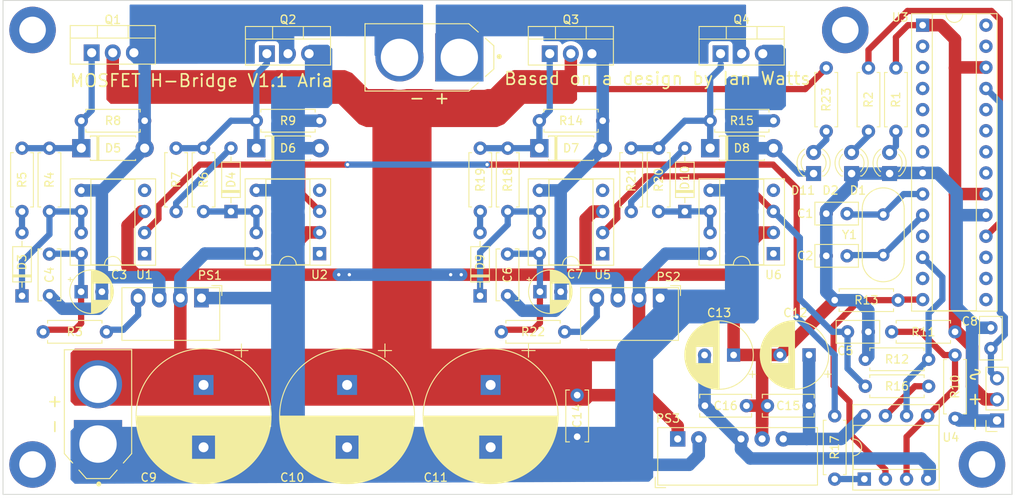
<source format=kicad_pcb>
(kicad_pcb (version 20211014) (generator pcbnew)
  (layers (0 "F.Cu" signal) (31 "B.Cu" signal) (34 "B.Paste" user) (35 "F.Paste" user) (36 "B.SilkS" user "B.Silkscreen") (37 "F.SilkS" user "F.Silkscreen") (38 "B.Mask" user) (39 "F.Mask" user) (44 "Edge.Cuts" user))
  (net 0 "")
  (net 1 "Motor+")
  (net 2 "Motor-")
  (net 3 "Net-(D3-Pad1)")
  (net 4 "Net-(D4-Pad1)")
  (net 5 "GND")
  (net 6 "Net-(D5-Pad1)")
  (net 7 "Net-(D6-Pad1)")
  (net 8 "Net-(D7-Pad1)")
  (net 9 "Net-(D8-Pad1)")
  (net 10 "VCC")
  (net 11 "+5V")
  (net 14 "SPEED_Sig")
  (net 15 "DIR_Sig")
  (net 16 "SPEED")
  (net 17 "DIR")
  (net 25 "Net-(C2-Pad2)")
  (net 35 "RECEIVER")
  (net 43 "VIRT_GND")
  (net 44 "Net-(C3-Pad1)")
  (net 45 "Net-(PS2-Pad4)")
  (net 46 "Net-(D3-Pad2)")
  (net 47 "Net-(D4-Pad2)")
  (net 48 "Net-(D9-Pad1)")
  (net 49 "Net-(D9-Pad2)")
  (net 50 "Net-(D10-Pad1)")
  (net 51 "Net-(D10-Pad2)")
  (net 52 "Net-(R10-Pad2)")
  (net 53 "Net-(D1-Pad2)")
  (net 54 "Net-(D2-Pad2)")
  (net 55 "Net-(D11-Pad2)")
  (net 56 "Net-(R2-Pad2)")
  (net 57 "Net-(R17-Pad1)")
  (net 58 "Net-(C6-Pad2)")
  (net 59 "Net-(PS1-Pad4)")
  (net 60 "Net-(C12-Pad1)")
  (net 61 "Net-(R16-Pad1)")
  (net 62 "Net-(C13-Pad2)")
  (net 63 "Net-(C1-Pad2)")
  (footprint "LED_THT:LED_D3.0mm" (layer "F.Cu") (at 119.38 33.533 90)
    (fp_text reference "D1")
    (fp_text value "Red")
  )
  (footprint "Resistor_THT:R_Axial_DIN0207_L6.3mm_D2.5mm_P7.62mm_Horizontal" (layer "F.Cu") (at 17.526 52.578)
    (fp_text reference "R3")
    (fp_text value "100")
  )
  (footprint "Resistor_THT:R_Axial_DIN0207_L6.3mm_D2.5mm_P7.62mm_Horizontal" (layer "F.Cu") (at 88.289888 38.1 90)
    (fp_text reference "R21")
    (fp_text value "10")
  )
  (footprint "Package_TO_SOT_THT:TO-220-3_Vertical" (layer "F.Cu") (at 99.04 19.108)
    (fp_text reference "Q4")
    (fp_text value "P75NF75")
  )
  (footprint "MountingHole:MountingHole_3.2mm_M3_DIN965_Pad" (layer "F.Cu") (at 16.256 68.543321)
    (fp_text reference "H2" hide)
    (fp_text value "M3")
  )
  (footprint "Crystal:Crystal_HC49-U_Vertical" (layer "F.Cu") (at 118.618 43.344 90)
    (fp_text reference "Y1")
    (fp_text value "16M")
  )
  (footprint "Package_TO_SOT_THT:TO-220-3_Vertical" (layer "F.Cu") (at 23.368 18.9948)
    (fp_text reference "Q1")
    (fp_text value "P75NF75")
  )
  (footprint "Resistor_THT:R_Axial_DIN0207_L6.3mm_D2.5mm_P7.62mm_Horizontal" (layer "F.Cu") (at 72.668888 52.578)
    (fp_text reference "R22")
    (fp_text value "100")
  )
  (footprint "Capacitor_THT:CP_Radial_D16.0mm_P7.50mm" (layer "F.Cu") (at 71.374 58.971246 -90)
    (fp_text reference "C11")
    (fp_text value "2200u")
  )
  (footprint "Capacitor_THT:C_Disc_D6.0mm_W2.5mm_P5.00mm" (layer "F.Cu") (at 18.288 48.22 90)
    (fp_text reference "C4")
    (fp_text value "100n")
  )
  (footprint "Diode_THT:D_DO-35_SOD27_P7.62mm_Horizontal" (layer "F.Cu") (at 94.742 38.1 90)
    (fp_text reference "D10")
    (fp_text value "1N4148")
  )
  (footprint "MountingHole:MountingHole_3.2mm_M3_DIN965_Pad" (layer "F.Cu") (at 130.5 68.531321)
    (fp_text reference "H1" hide)
    (fp_text value "M3")
  )
  (footprint "Capacitor_THT:C_Disc_D5.0mm_W2.5mm_P2.50mm" (layer "F.Cu") (at 111.76 38.354)
    (fp_text reference "C1")
    (fp_text value "22p")
  )
  (footprint "Diode_THT:D_DO-41_SOD81_P7.62mm_Horizontal" (layer "F.Cu") (at 22.122888 30.48)
    (fp_text reference "D5")
    (fp_text value "15V")
  )
  (footprint "Diode_THT:D_DO-41_SOD81_P7.62mm_Horizontal" (layer "F.Cu") (at 77.240888 30.48)
    (fp_text reference "D7")
    (fp_text value "15V")
  )
  (footprint "Package_DIP:DIP-8_W7.62mm_Socket" (layer "F.Cu") (at 29.732888 43.18 180)
    (fp_text reference "U1")
    (fp_text value "HCPL-3180")
  )
  (footprint "Diode_THT:D_DO-35_SOD27_P7.62mm_Horizontal" (layer "F.Cu") (at 70.104 48.26 90)
    (fp_text reference "D9")
    (fp_text value "1N4148")
  )
  (footprint "Resistor_THT:R_Axial_DIN0207_L6.3mm_D2.5mm_P7.62mm_Horizontal" (layer "F.Cu") (at 73.430888 38.1 90)
    (fp_text reference "R18")
    (fp_text value "22")
  )
  (footprint "Converter_DCDC:Converter_DCDC_XP_POWER-IHxxxxS_THT" (layer "F.Cu") (at 93.882 65.464 90)
    (fp_text reference "PS3")
    (fp_text value "TBA 2-1223")
  )
  (footprint "Package_DIP:DIP-8_W7.62mm_Socket" (layer "F.Cu") (at 105.4 43.17 180)
    (fp_text reference "U6")
    (fp_text value "HCPL-3180")
  )
  (footprint "Resistor_THT:R_Axial_DIN0207_L6.3mm_D2.5mm_P7.62mm_Horizontal" (layer "F.Cu") (at 77.240888 27.178)
    (fp_text reference "R14")
    (fp_text value "220k")
  )
  (footprint "Diode_THT:D_DO-35_SOD27_P7.62mm_Horizontal" (layer "F.Cu") (at 40.132 38.1 90)
    (fp_text reference "D4")
    (fp_text value "1N4148")
  )
  (footprint "Resistor_THT:R_Axial_DIN0207_L6.3mm_D2.5mm_P7.62mm_Horizontal" (layer "F.Cu") (at 124.079 59.128 180)
    (fp_text reference "R16")
    (fp_text value "2.2k")
  )
  (footprint "Package_DIP:DIP-8_W7.62mm_Socket" (layer "F.Cu") (at 50.79 43.17 180)
    (fp_text reference "U2")
    (fp_text value "HCPL-3180")
  )
  (footprint "Resistor_THT:R_Axial_DIN0207_L6.3mm_D2.5mm_P7.62mm_Horizontal" (layer "F.Cu") (at 22.122888 27.178)
    (fp_text reference "R8")
    (fp_text value "220k")
  )
  (footprint "Resistor_THT:R_Axial_DIN0207_L6.3mm_D2.5mm_P7.62mm_Horizontal" (layer "F.Cu") (at 33.528 38.1 90)
    (fp_text reference "R7")
    (fp_text value "10")
  )
  (footprint "Converter_DCDC:Converter_DCDC_Murata_MEE1SxxxxSC_THT" (layer "F.Cu") (at 36.576 48.514 -90)
    (fp_text reference "PS1")
    (fp_text value "TBA 1-1213")
  )
  (footprint "Resistor_THT:R_Axial_DIN0207_L6.3mm_D2.5mm_P7.62mm_Horizontal" (layer "F.Cu") (at 112.776 70.304 90)
    (fp_text reference "R17")
    (fp_text value "2.2k")
  )
  (footprint "Capacitor_THT:CP_Radial_D5.0mm_P2.50mm" (layer "F.Cu") (at 22.098 47.752)
    (fp_text reference "C3")
    (fp_text value "22uF")
  )
  (footprint "Package_DIP:DIP-8_W7.62mm_Socket" (layer "F.Cu") (at 116.342 70.294 90)
    (fp_text reference "U4")
    (fp_text value "NE5532")
  )
  (footprint "Ariamelon:AMASS_XT60-M" (layer "F.Cu") (at 64.008 19.558 180)
    (fp_text reference "J3" hide)
    (fp_text value "XT60")
  )
  (footprint "Capacitor_THT:C_Disc_D6.0mm_W2.5mm_P5.00mm" (layer "F.Cu") (at 81.788 60.198 -90)
    (fp_text reference "C14")
    (fp_text value "100n")
  )
  (footprint "Package_DIP:DIP-28_W7.62mm_Socket" (layer "F.Cu") (at 123.3565 15.679)
    (fp_text reference "U3")
    (fp_text value "PIC16F873-XXISP")
  )
  (footprint "Package_TO_SOT_THT:TO-220-3_Vertical" (layer "F.Cu") (at 44.45 19.108)
    (fp_text reference "Q2")
    (fp_text value "P75NF75")
  )
  (footprint "Resistor_THT:R_Axial_DIN0207_L6.3mm_D2.5mm_P7.62mm_Horizontal" (layer "F.Cu") (at 120.396 48.768 180)
    (fp_text reference "R13")
    (fp_text value "47k")
  )
  (footprint "Capacitor_THT:CP_Radial_D8.0mm_P3.50mm" (layer "F.Cu") (at 109.688 55.36 180)
    (fp_text reference "C12")
    (fp_text value "100u")
  )
  (footprint "Capacitor_THT:C_Disc_D6.0mm_W2.5mm_P5.00mm" (layer "F.Cu") (at 109.688 61.468 180)
    (fp_text reference "C15")
    (fp_text value "100n")
  )
  (footprint "Resistor_THT:R_Axial_DIN0207_L6.3mm_D2.5mm_P7.62mm_Horizontal" (layer "F.Cu") (at 18.288 38.1 90)
    (fp_text reference "R4")
    (fp_text value "22")
  )
  (footprint "Ariamelon:AMASS_XT60-M" (layer "F.Cu") (at 24.13 62.484 90)
    (fp_text reference "J1" hide)
    (fp_text value "XT60")
  )
  (footprint "Capacitor_THT:CP_Radial_D16.0mm_P7.50mm" (layer "F.Cu") (at 54.102 58.971246 -90)
    (fp_text reference "C10")
    (fp_text value "2200u")
  )
  (footprint "Resistor_THT:R_Axial_DIN0207_L6.3mm_D2.5mm_P7.62mm_Horizontal" (layer "F.Cu") (at 91.591888 38.1 90)
    (fp_text reference "R20")
    (fp_text value "22")
  )
  (footprint "Resistor_THT:R_Axial_DIN0207_L6.3mm_D2.5mm_P7.62mm_Horizontal" (layer "F.Cu") (at 120.142 28.448 90)
    (fp_text reference "R1")
    (fp_text value "330")
  )
  (footprint "Capacitor_THT:C_Disc_D5.0mm_W2.5mm_P2.50mm" (layer "F.Cu") (at 114.32 52.578)
    (fp_text reference "C5")
    (fp_text value "22p")
  )
  (footprint "Resistor_THT:R_Axial_DIN0207_L6.3mm_D2.5mm_P7.62mm_Horizontal" (layer "F.Cu") (at 97.79 27.178)
    (fp_text reference "R15")
    (fp_text value "220k")
  )
  (footprint "MountingHole:MountingHole_3.2mm_M3_DIN965_Pad" (layer "F.Cu") (at 16.256 16.256)
    (fp_text reference "H3" hide)
    (fp_text value "M3")
  )
  (footprint "Package_DIP:DIP-8_W7.62mm_Socket" (layer "F.Cu") (at 84.850888 43.18 180)
    (fp_text reference "U5")
    (fp_text value "HCPL-3180")
  )
  (footprint "Capacitor_THT:C_Disc_D5.0mm_W2.5mm_P2.50mm" (layer "F.Cu") (at 111.76 43.434)
    (fp_text reference "C2")
    (fp_text value "22p")
  )
  (footprint "Capacitor_THT:CP_Radial_D8.0mm_P3.50mm" (layer "F.Cu") (at 100.613349 55.372 180)
    (fp_text reference "C13")
    (fp_text value "100u")
  )
  (footprint "Capacitor_THT:CP_Radial_D5.0mm_P2.50mm" (layer "F.Cu") (at 77.305776 47.752)
    (fp_text reference "C7")
    (fp_text value "22uF")
  )
  (footprint "LED_THT:LED_D3.0mm" (layer "F.Cu") (at 114.808 33.533 90)
    (fp_text reference "D2")
    (fp_text value "Amber")
  )
  (footprint "Resistor_THT:R_Axial_DIN0207_L6.3mm_D2.5mm_P7.62mm_Horizontal" (layer "F.Cu") (at 111.76 28.448 90)
    (fp_text reference "R23")
    (fp_text value "1k")
  )
  (footprint "Diode_THT:D_DO-35_SOD27_P7.62mm_Horizontal" (layer "F.Cu") (at 14.986 48.26 90)
    (fp_text reference "D3")
    (fp_text value "1N4148")
  )
  (footprint "Diode_THT:D_DO-41_SOD81_P7.62mm_Horizontal" (layer "F.Cu") (at 43.18 30.48)
    (fp_text reference "D6")
    (fp_text value "15V")
  )
  (footprint "Resistor_THT:R_Axial_DIN0207_L6.3mm_D2.5mm_P7.62mm_Horizontal" (layer "F.Cu") (at 43.18 27.178)
    (fp_text reference "R9")
    (fp_text value "220k")
  )
  (footprint "Resistor_THT:R_Axial_DIN0207_L6.3mm_D2.5mm_P7.62mm_Horizontal" (layer "F.Cu") (at 124.079 55.88 180)
    (fp_text reference "R12")
    (fp_text value "47k")
  )
  (footprint "Resistor_THT:R_Axial_DIN0207_L6.3mm_D2.5mm_P7.62mm_Horizontal" (layer "F.Cu") (at 127.254 62.992 90)
    (fp_text reference "R10")
    (fp_text value "100k")
  )
  (footprint "LED_THT:LED_D3.0mm" (layer "F.Cu") (at 110.236 33.533 90)
    (fp_text reference "D11")
    (fp_text value "Green")
  )
  (footprint "Package_TO_SOT_THT:TO-220-3_Vertical" (layer "F.Cu") (at 78.486 19.108)
    (fp_text reference "Q3")
    (fp_text value "P75NF75")
  )
  (footprint "Connector_PinSocket_2.54mm:PinSocket_1x03_P2.54mm_Vertical" (layer "F.Cu") (at 132.309 63.246 180)
    (fp_text reference "J2" hide)
    (fp_text value "Receiver")
  )
  (footprint "MountingHole:MountingHole_3.2mm_M3_DIN965_Pad" (layer "F.Cu") (at 114.046 16.256)
    (fp_text reference "H4" hide)
    (fp_text value "M3")
  )
  (footprint "Capacitor_THT:C_Disc_D6.0mm_W2.5mm_P5.00mm" (layer "F.Cu") (at 102.153349 61.468 180)
    (fp_text reference "C16")
    (fp_text value "100n")
  )
  (footprint "Diode_THT:D_DO-41_SOD81_P7.62mm_Horizontal" (layer "F.Cu") (at 97.79 30.48)
    (fp_text reference "D8")
    (fp_text value "15V")
  )
  (footprint "Resistor_THT:R_Axial_DIN0207_L6.3mm_D2.5mm_P7.62mm_Horizontal" (layer "F.Cu") (at 127.254 52.578 180)
    (fp_text reference "R11")
    (fp_text value "100k")
  )
  (footprint "Resistor_THT:R_Axial_DIN0207_L6.3mm_D2.5mm_P7.62mm_Horizontal" (layer "F.Cu") (at 14.986 38.1 90)
    (fp_text reference "R5")
    (fp_text value "10")
  )
  (footprint "Resistor_THT:R_Axial_DIN0207_L6.3mm_D2.5mm_P7.62mm_Horizontal" (layer "F.Cu") (at 116.84 28.448 90)
    (fp_text reference "R2")
    (fp_text value "220")
  )
  (footprint "Capacitor_THT:C_Disc_D6.0mm_W2.5mm_P5.00mm" (layer "F.Cu") (at 73.406 48.22 90)
    (fp_text reference "C6")
    (fp_text value "100n")
  )
  (footprint "Resistor_THT:R_Axial_DIN0207_L6.3mm_D2.5mm_P7.62mm_Horizontal" (layer "F.Cu") (at 70.128888 38.1 90)
    (fp_text reference "R19")
    (fp_text value "10")
  )
  (footprint "Converter_DCDC:Converter_DCDC_Murata_MEE1SxxxxSC_THT" (layer "F.Cu") (at 91.770388 48.514 -90)
    (fp_text reference "PS2")
    (fp_text value "TBA 1-1213")
  )
  (footprint "Capacitor_THT:CP_Radial_D16.0mm_P7.50mm" (layer "F.Cu") (at 36.83 58.971246 -90)
    (fp_text reference "C9")
    (fp_text value "2200u")
  )
  (footprint "Capacitor_THT:C_Disc_D5.0mm_W2.5mm_P2.50mm" (layer "F.Cu") (at 131.572 54.59 90)
    (fp_text reference "C8")
    (fp_text value "22p")
  )
  (footprint "Resistor_THT:R_Axial_DIN0207_L6.3mm_D2.5mm_P7.62mm_Horizontal" (layer "F.Cu") (at 36.83 38.1 90)
    (fp_text reference "R6")
    (fp_text value "22")
  )
  (gr_line (start 134.112 12.7) (end 134.112 72.136) (layer "Edge.Cuts") (width 0.1))
  (gr_line (start 12.7 12.7) (end 12.7 72.136) (layer "Edge.Cuts") (width 0.1))
  (gr_line (start 134.112 12.7) (end 12.7 12.7) (layer "Edge.Cuts") (width 0.1))
  (gr_line (start 12.7 72.136) (end 134.112 72.136) (layer "Edge.Cuts") (width 0.1))
  (gr_text "Based on a design by Ian Watts" (at 91.44 22.098) (layer "F.SilkS") (effects (font (size 1.5 1.5) (thickness 0.2))))
  (gr_text "∿ + -" (at 129.794 60.706 270) (layer "F.SilkS") (effects (font (size 1.5 1.5) (thickness 0.2))))
  (gr_text "MOSFET H-Bridge V1.1 Aria" (at 36.576 22.352) (layer "F.SilkS") (effects (font (size 1.5 1.5) (thickness 0.2))))
  (gr_text "+ -" (at 64.008 24.638 180) (layer "F.SilkS") (effects (font (size 1.5 1.5) (thickness 0.2))))
  (gr_text "+ -" (at 19.05 62.484 270) (layer "F.SilkS") (effects (font (size 1.5 1.5) (thickness 0.2))))
  (segment (start 86.690388 46.389) (end 86.440868 46.13948) (width 1.5) (layer "B.Cu") (net 1))
  (segment (start 84.860888 30.48) (end 84.860888 27.178) (width 1.5) (layer "B.Cu") (net 1))
  (segment (start 79.805776 46.203112) (end 79.805776 47.752) (width 1.5) (layer "B.Cu") (net 1))
  (segment (start 79.805776 49.351022) (end 79.118798 50.038) (width 1.5) (layer "B.Cu") (net 1))
  (segment (start 77.230888 35.56) (end 79.780888 35.56) (width 1.5) (layer "B.Cu") (net 1))
  (segment (start 79.118798 50.038) (end 75.224 50.038) (width 1.5) (layer "B.Cu") (net 1))
  (segment (start 86.690388 48.514) (end 86.690388 46.389) (width 1.5) (layer "B.Cu") (net 1))
  (segment (start 79.805776 47.752) (end 79.805776 49.351022) (width 1.5) (layer "B.Cu") (net 1))
  (segment (start 79.805776 35.584888) (end 79.805776 46.203112) (width 1.5) (layer "B.Cu") (net 1))
  (segment (start 79.780888 35.56) (end 79.805776 35.584888) (width 1.5) (layer "B.Cu") (net 1))
  (segment (start 84.860888 27.178) (end 84.860888 16.51) (width 1.5) (layer "B.Cu") (net 1))
  (segment (start 75.224 50.038) (end 73.406 48.22) (width 1.5) (layer "B.Cu") (net 1))
  (segment (start 79.869408 46.13948) (end 79.805776 46.203112) (width 1.5) (layer "B.Cu") (net 1))
  (segment (start 79.780888 35.56) (end 84.860888 30.48) (width 1.5) (layer "B.Cu") (net 1))
  (segment (start 86.440868 46.13948) (end 79.869408 46.13948) (width 1.5) (layer "B.Cu") (net 1))
  (segment (start 24.598 47.752) (end 24.598 49.351022) (width 1.5) (layer "B.Cu") (net 2))
  (segment (start 29.742888 30.48) (end 29.742888 27.178) (width 1.5) (layer "B.Cu") (net 2))
  (segment (start 31.121 46.014) (end 31.496 46.389) (width 1.5) (layer "B.Cu") (net 2))
  (segment (start 24.598 46.014) (end 24.598 35.624888) (width 1.5) (layer "B.Cu") (net 2))
  (segment (start 24.662888 35.56) (end 29.742888 30.48) (width 1.5) (layer "B.Cu") (net 2))
  (segment (start 24.147511 49.801511) (end 19.869511 49.801511) (width 1.5) (layer "B.Cu") (net 2))
  (segment (start 29.742888 27.178) (end 29.742888 18.771112) (width 1.5) (layer "B.Cu") (net 2))
  (segment (start 19.869511 49.801511) (end 18.288 48.22) (width 1.5) (layer "B.Cu") (net 2))
  (segment (start 24.598 35.624888) (end 24.662888 35.56) (width 1.5) (layer "B.Cu") (net 2))
  (segment (start 24.598 47.752) (end 24.598 46.014) (width 1.5) (layer "B.Cu") (net 2))
  (segment (start 24.598 49.351022) (end 24.147511 49.801511) (width 1.5) (layer "B.Cu") (net 2))
  (segment (start 22.112888 35.56) (end 24.662888 35.56) (width 1.5) (layer "B.Cu") (net 2))
  (segment (start 31.496 46.389) (end 31.496 48.514) (width 1.5) (layer "B.Cu") (net 2))
  (segment (start 24.598 46.014) (end 31.121 46.014) (width 1.5) (layer "B.Cu") (net 2))
  (segment (start 18.288 38.1) (end 22.112888 38.1) (width 0.75) (layer "B.Cu") (net 3))
  (segment (start 22.112888 40.64) (end 22.112888 38.1) (width 0.75) (layer "B.Cu") (net 3))
  (segment (start 14.986 48.26) (end 14.986 44.153883) (width 0.75) (layer "B.Cu") (net 3))
  (segment (start 14.986 44.153883) (end 18.288 40.851883) (width 0.75) (layer "B.Cu") (net 3))
  (segment (start 18.288 40.851883) (end 18.288 38.1) (width 0.75) (layer "B.Cu") (net 3))
  (segment (start 43.194888 38.1) (end 43.194888 40.64) (width 0.75) (layer "B.Cu") (net 4))
  (segment (start 36.83 38.1) (end 43.194888 38.1) (width 0.75) (layer "B.Cu") (net 4))
  (segment (start 50.824888 30.48) (end 47.244 30.48) (width 1.5) (layer "B.Cu") (net 5))
  (segment (start 108.463 33.533) (end 105.41 30.48) (width 0.75) (layer "B.Cu") (net 5))
  (segment (start 105.41 30.48) (end 102.108 30.48) (width 1.5) (layer "B.Cu") (net 5))
  (segment (start 50.8 27.178) (end 48.006 27.178) (width 1.5) (layer "B.Cu") (net 5))
  (segment (start 43.194888 35.538699) (end 46.482 35.538699) (width 1.5) (layer "B.Cu") (net 5))
  (segment (start 105.41 27.178) (end 101.346 27.178) (width 1.5) (layer "B.Cu") (net 5))
  (segment (start 110.236 33.533) (end 108.463 33.533) (width 0.75) (layer "B.Cu") (net 5))
  (segment (start 95.25 68.58) (end 89.916 68.58) (width 1.5) (layer "B.Cu") (net 5))
  (segment (start 96.422 65.464) (end 96.422 67.408) (width 1.5) (layer "B.Cu") (net 5))
  (segment (start 36.576 48.514) (end 46.482 48.514) (width 1.5) (layer "B.Cu") (net 5))
  (segment (start 97.78 35.55) (end 101.082 35.55) (width 1.5) (layer "B.Cu") (net 5))
  (segment (start 96.422 67.408) (end 95.25 68.58) (width 1.5) (layer "B.Cu") (net 5))
  (segment (start 23.368 25.932888) (end 22.122888 27.178) (width 0.75) (layer "B.Cu") (net 6))
  (segment (start 23.368 19.233) (end 23.368 25.932888) (width 0.75) (layer "B.Cu") (net 6))
  (segment (start 22.122888 30.48) (end 22.122888 27.178) (width 0.75) (layer "B.Cu") (net 6))
  (segment (start 22.122888 30.48) (end 18.288 30.48) (width 0.75) (layer "B.Cu") (net 6))
  (segment (start 18.288 30.48) (end 14.986 30.48) (width 0.75) (layer "B.Cu") (net 6))
  (segment (start 43.18 27.178) (end 40.132 27.178) (width 0.75) (layer "B.Cu") (net 7))
  (segment (start 44.45 19.108) (end 44.45 20.32) (width 0.75) (layer "B.Cu") (net 7))
  (segment (start 44.45 20.32) (end 43.18 21.59) (width 0.75) (layer "B.Cu") (net 7))
  (segment (start 40.132 27.178) (end 36.83 30.48) (width 0.75) (layer "B.Cu") (net 7))
  (segment (start 43.18 21.59) (end 43.18 27.178) (width 0.75) (layer "B.Cu") (net 7))
  (segment (start 43.204888 30.458699) (end 43.204888 27.181587) (width 0.75) (layer "B.Cu") (net 7))
  (segment (start 36.83 30.48) (end 33.528 30.48) (width 0.75) (layer "B.Cu") (net 7))
  (segment (start 78.486 25.932888) (end 77.240888 27.178) (width 0.75) (layer "B.Cu") (net 8))
  (segment (start 73.430888 30.48) (end 70.128888 30.48) (width 0.75) (layer "B.Cu") (net 8))
  (segment (start 77.240888 30.48) (end 73.430888 30.48) (width 0.75) (layer "B.Cu") (net 8))
  (segment (start 77.240888 30.48) (end 77.240888 27.178) (width 0.75) (layer "B.Cu") (net 8))
  (segment (start 78.486 19.362) (end 78.486 25.932888) (width 0.75) (layer "B.Cu") (net 8))
  (segment (start 97.79 27.178) (end 94.742 27.178) (width 0.75) (layer "B.Cu") (net 9))
  (segment (start 97.79 27.178) (end 97.79 22.098) (width 0.75) (layer "B.Cu") (net 9))
  (segment (start 94.742 27.178) (end 94.488 27.432) (width 0.75) (layer "B.Cu") (net 9))
  (segment (start 97.79 27.178) (end 97.79 30.48) (width 0.75) (layer "B.Cu") (net 9))
  (segment (start 94.488 27.432) (end 91.44 30.48) (width 0.75) (layer "B.Cu") (net 9))
  (segment (start 91.591888 30.48) (end 88.289888 30.48) (width 0.75) (layer "B.Cu") (net 9))
  (segment (start 97.79 22.098) (end 99.06 20.828) (width 0.75) (layer "B.Cu") (net 9))
  (segment (start 99.06 20.378) (end 99.06 20.828) (width 0.75) (layer "B.Cu") (net 9))
  (segment (start 89.230388 48.514) (end 89.230388 53.009612) (width 1.5) (layer "F.Cu") (net 10))
  (segment (start 89.230388 53.009612) (end 86.868 55.372) (width 1.5) (layer "F.Cu") (net 10))
  (segment (start 81.026 19.108) (end 81.026 23.368) (width 1.5) (layer "F.Cu") (net 10))
  (segment (start 86.868 55.372) (end 83.312 55.372) (width 1.5) (layer "F.Cu") (net 10))
  (segment (start 25.908 18.979) (end 25.908 22.86) (width 1.5) (layer "F.Cu") (net 10))
  (segment (start 93.882 63.91) (end 90.17 60.198) (width 1.5) (layer "F.Cu") (net 10))
  (segment (start 90.17 60.198) (end 81.788 60.198) (width 1.5) (layer "F.Cu") (net 10))
  (segment (start 93.882 65.464) (end 93.882 63.91) (width 1.5) (layer "F.Cu") (net 10))
  (segment (start 109.22 23.368) (end 111.76 20.828) (width 0.75) (layer "F.Cu") (net 10))
  (segment (start 81.026 23.368) (end 109.22 23.368) (width 0.75) (layer "F.Cu") (net 10))
  (segment (start 34.036 48.514) (end 34.036 57.658) (width 1.5) (layer "F.Cu") (net 10))
  (segment (start 89.230388 46.389) (end 92.449388 43.17) (width 1.5) (layer "B.Cu") (net 10))
  (segment (start 34.036 46.106689) (end 36.98399 43.158699) (width 1.5) (layer "B.Cu") (net 10))
  (segment (start 92.449388 43.17) (end 97.78 43.17) (width 1.5) (layer "B.Cu") (net 10))
  (segment (start 43.194888 43.158699) (end 36.98399 43.158699) (width 1.5) (layer "B.Cu") (net 10))
  (segment (start 89.230388 48.514) (end 89.230388 46.389) (width 1.5) (layer "B.Cu") (net 10))
  (segment (start 34.036 48.514) (end 34.036 46.106689) (width 1.5) (layer "B.Cu") (net 10))
  (segment (start 129.303511 54.373511) (end 129.303511 59.156592) (width 1.5) (layer "F.Cu") (net 11))
  (segment (start 121.591108 15.679) (end 123.3565 15.679) (width 0.75) (layer "F.Cu") (net 11))
  (segment (start 120.142 20.828) (end 120.142 17.128108) (width 0.75) (layer "F.Cu") (net 11))
  (segment (start 127.323 35.999) (end 127.254 36.068) (width 1.5) (layer "F.Cu") (net 11))
  (segment (start 127.323 20.759) (end 127.254 20.828) (width 1.5) (layer "F.Cu") (net 11))
  (segment (start 130.9765 35.999) (end 127.323 35.999) (width 1.5) (layer "F.Cu") (net 11))
  (segment (start 130.852919 60.706) (end 129.303511 59.156592) (width 1.5) (layer "F.Cu") (net 11))
  (segment (start 123.3565 15.679) (end 125.538053 15.679) (width 1.5) (layer "F.Cu") (net 11))
  (segment (start 127.508 52.578) (end 129.303511 54.373511) (width 1.5) (layer "F.Cu") (net 11))
  (segment (start 127.254 52.578) (end 127.254 36.068) (width 1.5) (layer "F.Cu") (net 11))
  (segment (start 120.142 17.128108) (end 121.591108 15.679) (width 0.75) (layer "F.Cu") (net 11))
  (segment (start 130.9765 20.759) (end 127.323 20.759) (width 1.5) (layer "F.Cu") (net 11))
  (segment (start 132.309 60.706) (end 130.852919 60.706) (width 1.5) (layer "F.Cu") (net 11))
  (segment (start 127.254 17.394947) (end 125.538053 15.679) (width 1.5) (layer "F.Cu") (net 11))
  (segment (start 127.254 36.068) (end 127.254 20.828) (width 1.5) (layer "F.Cu") (net 11))
  (segment (start 127.254 20.828) (end 127.254 17.394947) (width 1.5) (layer "F.Cu") (net 11))
  (segment (start 125.73 45.9925) (end 123.3565 43.619) (width 0.75) (layer "B.Cu") (net 14))
  (segment (start 125.73 48.693617) (end 125.73 45.9925) (width 0.75) (layer "B.Cu") (net 14))
  (segment (start 124.079 50.344617) (end 125.73 48.693617) (width 0.75) (layer "B.Cu") (net 14))
  (segment (start 124.079 55.88) (end 124.079 50.344617) (width 0.75) (layer "B.Cu") (net 14))
  (segment (start 121.422 62.674) (end 121.422 58.537) (width 0.75) (layer "B.Cu") (net 14))
  (segment (start 121.422 58.537) (end 124.079 55.88) (width 0.75) (layer "B.Cu") (net 14))
  (segment (start 112.645489 51.884394) (end 112.645489 59.058511) (width 0.75) (layer "F.Cu") (net 15))
  (segment (start 118.882 70.294) (end 118.882 69.16263) (width 0.75) (layer "F.Cu") (net 15))
  (segment (start 112.645489 51.884394) (end 115.761883 48.768) (width 0.75) (layer "F.Cu") (net 15))
  (segment (start 115.761883 48.768) (end 120.396 48.768) (width 0.75) (layer "F.Cu") (net 15))
  (segment (start 114.554 60.967022) (end 112.645489 59.058511) (width 0.75) (layer "F.Cu") (net 15))
  (segment (start 114.554 64.83463) (end 114.554 60.967022) (width 0.75) (layer "F.Cu") (net 15))
  (segment (start 123.3565 48.699) (end 120.465 48.699) (width 0.75) (layer "F.Cu") (net 15))
  (segment (start 118.882 69.16263) (end 114.554 64.83463) (width 0.75) (layer "F.Cu") (net 15))
  (segment (start 90.146282 33.875489) (end 86.615377 37.406394) (width 0.75) (layer "F.Cu") (net 16))
  (segment (start 101.185489 33.875489) (end 89.994394 33.875489) (width 0.75) (layer "F.Cu") (net 16))
  (segment (start 84.850888 40.64) (end 86.615377 38.875511) (width 0.75) (layer "F.Cu") (net 16))
  (segment (start 105.4 38.09) (end 101.185489 33.875489) (width 0.75) (layer "F.Cu") (net 16))
  (segment (start 86.615377 38.875511) (end 86.615377 37.406394) (width 0.75) (layer "F.Cu") (net 16))
  (segment (start 108.585 48.641) (end 108.585 41.275) (width 0.75) (layer "B.Cu") (net 16))
  (segment (start 112.522 52.578) (end 114.32 52.578) (width 0.75) (layer "B.Cu") (net 16))
  (segment (start 108.585 41.275) (end 105.4 38.09) (width 0.75) (layer "B.Cu") (net 16))
  (segment (start 114.32 56.989) (end 114.32 52.578) (width 0.75) (layer "B.Cu") (net 16))
  (segment (start 108.585 48.641) (end 112.522 52.578) (width 0.75) (layer "B.Cu") (net 16))
  (segment (start 116.459 59.128) (end 114.32 56.989) (width 0.75) (layer "B.Cu") (net 16))
  (segment (start 36.379489 32.454511) (end 31.407399 37.426601) (width 0.75) (layer "F.Cu") (net 17))
  (segment (start 70.948377 32.454511) (end 105.352511 32.454511) (width 0.75) (layer "F.Cu") (net 17))
  (segment (start 31.407399 38.965489) (end 29.732888 40.64) (width 0.75) (layer "F.Cu") (net 17))
  (segment (start 108.204 35.306) (end 105.352511 32.454511) (width 0.75) (layer "F.Cu") (net 17))
  (segment (start 48.710511 35.974322) (end 48.710511 32.454511) (width 0.75) (layer "F.Cu") (net 17))
  (segment (start 50.814888 38.078699) (end 48.710511 35.974322) (width 0.75) (layer "F.Cu") (net 17))
  (segment (start 48.710511 32.454511) (end 36.379489 32.454511) (width 0.75) (layer "F.Cu") (net 17))
  (segment (start 108.204 50.8) (end 108.204 35.306) (width 0.75) (layer "F.Cu") (net 17))
  (segment (start 54.159489 32.454511) (end 48.710511 32.454511) (width 0.75) (layer "F.Cu") (net 17))
  (segment (start 31.407399 37.426601) (end 31.407399 38.965489) (width 0.75) (layer "F.Cu") (net 17))
  (via (at 54.159489 32.454511) (size 0.8) (drill 0.4) (layers "F.Cu" "B.Cu") (net 17))
  (via (at 108.204 50.8) (size 0.8) (drill 0.4) (layers "F.Cu" "B.Cu") (net 17))
  (via (at 70.948377 32.454511) (size 0.8) (drill 0.4) (layers "F.Cu" "B.Cu") (net 17))
  (segment (start 112.776 55.372) (end 108.204 50.8) (width 0.75) (layer "B.Cu") (net 17))
  (segment (start 70.948377 32.454511) (end 54.159489 32.454511) (width 0.75) (layer "B.Cu") (net 17))
  (segment (start 112.776 55.372) (end 112.776 62.684) (width 0.75) (layer "B.Cu") (net 17))
  (segment (start 123.3565 38.6055) (end 118.618 43.344) (width 0.75) (layer "B.Cu") (net 25))
  (segment (start 118.618 43.344) (end 114.35 43.344) (width 0.75) (layer "B.Cu") (net 25))
  (segment (start 132.651011 50.228989) (end 133.246511 50.824489) (width 0.75) (layer "B.Cu") (net 35))
  (segment (start 131.572 57.429) (end 132.309 58.166) (width 0.75) (layer "B.Cu") (net 35))
  (segment (start 132.651011 24.973511) (end 132.651011 50.228989) (width 0.75) (layer "B.Cu") (net 35))
  (segment (start 133.246511 52.915489) (end 131.572 54.59) (width 0.75) (layer "B.Cu") (net 35))
  (segment (start 130.9765 23.299) (end 132.651011 24.973511) (width 0.75) (layer "B.Cu") (net 35))
  (segment (start 131.572 54.59) (end 131.572 57.429) (width 0.75) (layer "B.Cu") (net 35))
  (segment (start 133.246511 50.824489) (end 133.246511 52.915489) (width 0.75) (layer "B.Cu") (net 35))
  (segment (start 47.988489 41.886076) (end 47.988489 45.448489) (width 1.5) (layer "F.Cu") (net 43))
  (segment (start 29.374441 38.1) (end 29.732888 38.1) (width 1.5) (layer "F.Cu") (net 43))
  (segment (start 104.382 55.36) (end 100.625349 55.36) (width 1.5) (layer "F.Cu") (net 43))
  (segment (start 27.683377 39.791064) (end 29.374441 38.1) (width 1.5) (layer "F.Cu") (net 43))
  (segment (start 104.042 63.598) (end 104.042 62.114) (width 1.5) (layer "F.Cu") (net 43))
  (segment (start 104.042 63.598) (end 104.042 55.7) (width 1.5) (layer "F.Cu") (net 43))
  (segment (start 104.042 55.7) (end 104.382 55.36) (width 1.5) (layer "F.Cu") (net 43))
  (segment (start 82.801377 39.018141) (end 82.801377 45.657467) (width 1.5) (layer "F.Cu") (net 43))
  (segment (start 112.776 48.768) (end 112.776 48.772) (width 1.5) (layer "F.Cu") (net 43))
  (segment (start 50.814888 40.618699) (end 49.255866 40.618699) (width 1.5) (layer "F.Cu") (net 43))
  (segment (start 83.719518 38.1) (end 82.801377 39.018141) (width 1.5) (layer "F.Cu") (net 43))
  (segment (start 104.042 62.114) (end 104.688 61.468) (width 1.5) (layer "F.Cu") (net 43))
  (segment (start 105.4 40.63) (end 103.840978 40.63) (width 1.5) (layer "F.Cu") (net 43))
  (segment (start 82.756355 45.702489) (end 82.801377 45.657467) (width 1.5) (layer "F.Cu") (net 43))
  (segment (start 104.042 65.464) (end 104.042 63.598) (width 1.5) (layer "F.Cu") (net 43))
  (segment (start 54.373511 45.702489) (end 48.242489 45.702489) (width 1.5) (layer "F.Cu") (net 43))
  (segment (start 47.988489 45.448489) (end 48.242489 45.702489) (width 1.5) (layer "F.Cu") (net 43))
  (segment (start 100.625349 55.36) (end 100.613349 55.372) (width 1.5) (layer "F.Cu") (net 43))
  (segment (start 106.188 55.36) (end 104.382 55.36) (width 1.5) (layer "F.Cu") (net 43))
  (segment (start 100.371187 45.702489) (end 100.613349 45.944651) (width 1.5) (layer "F.Cu") (net 43))
  (segment (start 27.683377 39.791064) (end 27.683377 44.704) (width 1.5) (layer "F.Cu") (net 43))
  (segment (start 84.850888 38.1) (end 83.719518 38.1) (width 1.5) (layer "F.Cu") (net 43))
  (segment (start 66.565511 45.702489) (end 100.371187 45.702489) (width 1.5) (layer "F.Cu") (net 43))
  (segment (start 100.613349 45.944651) (end 100.613349 43.857629) (width 1.5) (layer "F.Cu") (net 43))
  (segment (start 49.255866 40.618699) (end 47.988489 41.886076) (width 1.5) (layer "F.Cu") (net 43))
  (segment (start 100.613349 43.857629) (end 103.840978 40.63) (width 1.5) (layer "F.Cu") (net 43))
  (segment (start 104.688 61.468) (end 102.153349 61.468) (width 1.5) (layer "F.Cu") (net 43))
  (segment (start 112.776 48.772) (end 106.188 55.36) (width 1.5) (layer "F.Cu") (net 43))
  (segment (start 28.681866 45.702489) (end 27.683377 44.704) (width 1.5) (layer "F.Cu") (net 43))
  (segment (start 48.242489 45.702489) (end 28.681866 45.702489) (width 1.5) (layer "F.Cu") (net 43))
  (segment (start 100.613349 55.372) (end 100.613349 45.944651) (width 1.5) (layer "F.Cu") (net 43))
  (via (at 53.103511 45.702489) (size 0.8) (drill 0.4) (layers "F.Cu" "B.Cu") (net 43))
  (via (at 54.373511 45.702489) (size 0.8) (drill 0.4) (layers "F.Cu" "B.Cu") (net 43))
  (via (at 66.565511 45.702489) (size 0.8) (drill 0.4) (layers "F.Cu" "B.Cu") (net 43))
  (via (at 67.835511 45.702489) (size 0.8) (drill 0.4) (layers "F.Cu" "B.Cu") (net 43))
  (segment (start 127.452 35.76) (end 127.452 38.3) (width 1.5) (layer "B.Cu") (net 43))
  (segment (start 129.54 63.246) (end 127.762 63.246) (width 1.5) (layer "B.Cu") (net 43))
  (segment (start 116.82 52.578) (end 116.82 55.519) (width 1.5) (layer "B.Cu") (net 43))
  (segment (start 127.452 49.623553) (end 127.452 38.3) (width 1.5) (layer "B.Cu") (net 43))
  (segment (start 116.82 55.519) (end 116.459 55.88) (width 1.5) (layer "B.Cu") (net 43))
  (segment (start 54.373511 45.702489) (end 67.835511 45.702489) (width 1.5) (layer "B.Cu") (net 43))
  (segment (start 132.309 63.246) (end 129.54 63.246) (width 1.5) (layer "B.Cu") (net 43))
  (segment (start 127.7425 38.5905) (end 127.452 38.3) (width 1.5) (layer "B.Cu") (net 43))
  (segment (start 111.76 47.752) (end 112.776 48.768) (width 1.5) (layer "B.Cu") (net 43))
  (segment (start 114.808 33.533) (end 114.808 34.907553) (width 1.5) (layer "B.Cu") (net 43))
  (segment (start 129.303511 63.009511) (end 129.303511 51.475064) (width 1.5) (layer "B.Cu") (net 43))
  (segment (start 123.3565 33.459) (end 119.311 33.459) (width 1.5) (layer "B.Cu") (net 43))
  (segment (start 123.6005 33.459) (end 125.151 33.459) (width 1.5) (layer "B.Cu") (net 43))
  (segment (start 114.808 34.907553) (end 111.76 37.955553) (width 1.5) (layer "B.Cu") (net 43))
  (segment (start 131.572 52.09) (end 129.918447 52.09) (width 1.5) (layer "B.Cu") (net 43))
  (segment (start 111.76 43.434) (end 111.76 38.354) (width 1.5) (layer "B.Cu") (net 43))
  (segment (start 127.452 49.623553) (end 129.918447 52.09) (width 1.5) (layer "B.Cu") (net 43))
  (segment (start 111.76 37.955553) (end 111.76 38.354) (width 1.5) (layer "B.Cu") (net 43))
  (segment (start 125.151 33.459) (end 127.452 35.76) (width 1.5) (layer "B.Cu") (net 43))
  (segment (start 127.762 63.246) (end 127.508 62.992) (width 1.5) (layer "B.Cu") (net 43))
  (segment (start 119.38 33.533) (end 114.808 33.533) (width 1.5) (layer "B.Cu") (net 43))
  (segment (start 127.794 38.539) (end 127.7425 38.5905) (width 1.5) (layer "B.Cu") (net 43))
  (segment (start 129.303511 63.009511) (end 129.54 63.246) (width 1.5) (layer "B.Cu") (net 43))
  (segment (start 111.76 43.434) (end 111.76 47.752) (width 1.5) (layer "B.Cu") (net 43))
  (segment (start 116.82 50.018) (end 116.82 52.578) (width 1.5) (layer "B.Cu") (net 43))
  (segment (start 130.9765 38.539) (end 127.794 38.539) (width 1.5) (layer "B.Cu") (net 43))
  (segment (start 115.57 48.768) (end 116.82 50.018) (width 1.5) (layer "B.Cu") (net 43))
  (segment (start 112.776 48.768) (end 115.57 48.768) (width 1.5) (layer "B.Cu") (net 43))
  (segment (start 54.373511 45.702489) (end 53.103511 45.702489) (width 1.5) (layer "B.Cu") (net 43))
  (segment (start 22.098 47.752) (end 22.098 51.562) (width 0.75) (layer "F.Cu") (net 44))
  (segment (start 22.098 51.562) (end 21.336 52.324) (width 0.75) (layer "F.Cu") (net 44))
  (segment (start 21.336 52.324) (end 17.526 52.324) (width 0.75) (layer "F.Cu") (net 44))
  (segment (start 22.112888 43.18) (end 22.112888 47.737112) (width 0.75) (layer "B.Cu") (net 44))
  (segment (start 22.112888 43.18) (end 18.328 43.18) (width 0.75) (layer "B.Cu") (net 44))
  (segment (start 84.150388 50.723612) (end 82.296 52.578) (width 0.75) (layer "B.Cu") (net 45))
  (segment (start 80.288888 52.578) (end 82.296 52.578) (width 0.75) (layer "B.Cu") (net 45))
  (segment (start 84.150388 48.514) (end 84.150388 50.723612) (width 0.75) (layer "B.Cu") (net 45))
  (segment (start 14.986 40.64) (end 14.986 38.1) (width 0.75) (layer "B.Cu") (net 46))
  (segment (start 40.132 30.48) (end 33.528 37.084) (width 0.75) (layer "B.Cu") (net 47))
  (segment (start 33.528 37.084) (end 33.528 38.1) (width 0.75) (layer "B.Cu") (net 47))
  (segment (start 73.430888 39.681229) (end 73.430888 38.1) (width 0.75) (layer "B.Cu") (net 48))
  (segment (start 77.230888 40.64) (end 77.230888 38.1) (width 0.75) (layer "B.Cu") (net 48))
  (segment (start 70.104 48.26) (end 70.104 43.008117) (width 0.75) (layer "B.Cu") (net 48))
  (segment (start 73.430888 38.1) (end 77.230888 38.1) (width 0.75) (layer "B.Cu") (net 48))
  (segment (start 70.104 43.008117) (end 73.430888 39.681229) (width 0.75) (layer "B.Cu") (net 48))
  (segment (start 70.104 40.64) (end 70.104 38.124888) (width 0.75) (layer "B.Cu") (net 49))
  (segment (start 97.78 40.63) (end 97.78 38.09) (width 0.75) (layer "B.Cu") (net 50))
  (segment (start 94.488 38.1) (end 91.44 38.1) (width 0.75) (layer "B.Cu") (net 50))
  (segment (start 97.78 38.09) (end 94.498 38.09) (width 0.75) (layer "B.Cu") (net 50))
  (segment (start 88.289888 38.1) (end 88.289888 36.932112) (width 0.75) (layer "B.Cu") (net 51))
  (segment (start 88.289888 36.932112) (end 94.742 30.48) (width 0.75) (layer "B.Cu") (net 51))
  (segment (start 125.939117 55.372) (end 123.145117 52.578) (width 0.75) (layer "F.Cu") (net 52))
  (segment (start 121.422 70.294) (end 121.422 65.214) (width 0.75) (layer "F.Cu") (net 52))
  (segment (start 119.634 52.578) (end 123.145117 52.578) (width 0.75) (layer "F.Cu") (net 52))
  (segment (start 121.422 65.214) (end 123.962 62.674) (width 0.75) (layer "F.Cu") (net 52))
  (segment (start 123.962 62.674) (end 127.254 59.382) (width 0.75) (layer "F.Cu") (net 52))
  (segment (start 127.254 55.372) (end 125.939117 55.372) (width 0.75) (layer "F.Cu") (net 52))
  (segment (start 127.254 59.382) (end 127.254 55.372) (width 0.75) (layer "F.Cu") (net 52))
  (segment (start 120.142 30.231) (end 119.38 30.993) (width 0.75) (layer "B.Cu") (net 53))
  (segment (start 120.142 28.448) (end 120.142 30.231) (width 0.75) (layer "B.Cu") (net 53))
  (segment (start 116.84 28.448) (end 116.84 28.961) (width 0.75) (layer "B.Cu") (net 54))
  (segment (start 116.84 28.961) (end 114.808 30.993) (width 0.75) (layer "B.Cu") (net 54))
  (segment (start 111.76 28.448) (end 111.76 29.469) (width 0.75) (layer "B.Cu") (net 55))
  (segment (start 111.76 29.469) (end 110.236 30.993) (width 0.75) (layer "B.Cu") (net 55))
  (segment (start 130.9765 41.079) (end 132.651011 39.404489) (width 0.75) (layer "F.Cu") (net 56))
  (segment (start 116.84 20.828) (end 116.84 18.66302) (width 0.75) (layer "F.Cu") (net 56))
  (segment (start 131.635617 13.97) (end 121.53302 13.97) (width 0.75) (layer "F.Cu") (net 56))
  (segment (start 132.651011 39.404489) (end 132.651011 14.985394) (width 0.75) (layer "F.Cu") (net 56))
  (segment (start 132.651011 14.985394) (end 131.635617 13.97) (width 0.75) (layer "F.Cu") (net 56))
  (segment (start 121.53302 13.97) (end 116.84 18.66302) (width 0.75) (layer "F.Cu") (net 56))
  (segment (start 116.596 70.294) (end 112.786 70.294) (width 0.75) (layer "B.Cu") (net 57))
  (segment (start 77.305776 51.497112) (end 77.305776 47.752) (width 0.75) (layer "F.Cu") (net 58))
  (segment (start 72.668888 52.324) (end 76.478888 52.324) (width 0.75) (layer "F.Cu") (net 58))
  (segment (start 76.478888 52.324) (end 77.305776 51.497112) (width 0.75) (layer "F.Cu") (net 58))
  (segment (start 77.305776 47.752) (end 77.305776 43.254888) (width 0.75) (layer "B.Cu") (net 58))
  (segment (start 77.230888 43.18) (end 73.446 43.18) (width 0.75) (layer "B.Cu") (net 58))
  (segment (start 28.956 50.546) (end 27.178 52.324) (width 0.75) (layer "B.Cu") (net 59))
  (segment (start 25.146 52.324) (end 27.178 52.324) (width 0.75) (layer "B.Cu") (net 59))
  (segment (start 28.956 48.514) (end 28.956 50.546) (width 0.75) (layer "B.Cu") (net 59))
  (segment (start 106.582 65.464) (end 109.406 65.464) (width 1.5) (layer "B.Cu") (net 60))
  (segment (start 109.688 65.182) (end 109.406 65.464) (width 1.5) (layer "B.Cu") (net 60))
  (segment (start 109.406 65.464) (end 113.552 65.464) (width 1.5) (layer "B.Cu") (net 60))
  (segment (start 109.688 61.468) (end 109.688 55.36) (width 1.5) (layer "B.Cu") (net 60))
  (segment (start 109.688 61.468) (end 109.688 65.182) (width 1.5) (layer "B.Cu") (net 60))
  (segment (start 113.552 65.464) (end 116.342 62.674) (width 1.5) (layer "B.Cu") (net 60))
  (segment (start 122.428 59.128) (end 118.882 62.674) (width 0.75) (layer "F.Cu") (net 61))
  (segment (start 124.079 59.128) (end 122.428 59.128) (width 0.75) (layer "F.Cu") (net 61))
  (segment (start 101.149349 65.464) (end 97.153349 61.468) (width 1.5) (layer "B.Cu") (net 62))
  (segment (start 97.113349 61.428) (end 97.153349 61.468) (width 1.5) (layer "B.Cu") (net 62))
  (segment (start 102.616 67.818) (end 101.502 66.704) (width 1.5) (layer "B.Cu") (net 62))
  (segment (start 124.216 70.294) (end 124.216 68.844) (width 1.5) (layer "B.Cu") (net 62))
  (segment (start 101.502 65.464) (end 101.149349 65.464) (width 1.5) (layer "B.Cu") (net 62))
  (segment (start 97.113349 55.372) (end 97.113349 61.428) (width 1.5) (layer "B.Cu") (net 62))
  (segment (start 123.19 67.818) (end 102.616 67.818) (width 1.5) (layer "B.Cu") (net 62))
  (segment (start 124.216 68.844) (end 123.19 67.818) (width 1.5) (layer "B.Cu") (net 62))
  (segment (start 101.502 66.704) (end 101.502 65.464) (width 1.5) (layer "B.Cu") (net 62))
  (segment (start 121.083 35.999) (end 118.618 38.464) (width 0.75) (layer "B.Cu") (net 63))
  (segment (start 123.3565 35.999) (end 121.083 35.999) (width 0.75) (layer "B.Cu") (net 63))
  (segment (start 118.618 38.464) (end 114.37 38.464) (width 0.75) (layer "B.Cu") (net 63))
  (zone (net 10) (net_name "VCC") (layer "F.Cu") (connect_pads yes (clearance 1)) (min_thickness 0.2) (fill yes (thermal_gap 0.5) (thermal_bridge_width 1) (smoothing chamfer) (radius 0.5))
    (polygon (pts (xy 81.77786 25.141972) (xy 75.437839 25.146) (xy 72.644 27.94) (xy 64.262 27.94) (xy 64.262 54.61) (xy 83.566 54.61) (xy 83.566 61.468) (xy 20.828 61.468) (xy 20.828 54.61) (xy 57.15 54.61) (xy 57.15 27.94) (xy 55.88 27.94) (xy 53.086 25.146) (xy 25.146 25.146) (xy 25.146065 21.082134) (xy 54.356 21.088811) (xy 56.642 23.368) (xy 71.374 23.368) (xy 73.66 21.082) (xy 81.774419 21.091819)))
  )
  (zone (net 5) (net_name "GND") (layer "B.Cu") (connect_pads yes (clearance 1)) (min_thickness 0.2) (fill yes (thermal_gap 0.5) (thermal_bridge_width 1) (smoothing chamfer) (radius 0.5))
    (polygon (pts (xy 52.324 25.654) (xy 49.022 25.654) (xy 49.022 64.008) (xy 86.36 64.008) (xy 86.36 54.356) (xy 90.932 49.784) (xy 90.932 47.498) (xy 99.568 47.498) (xy 99.568 21.844) (xy 103.607112 21.844) (xy 103.607112 18.034) (xy 106.909112 18.034) (xy 106.909112 25.908) (xy 103.632 25.908) (xy 103.632 51.562) (xy 95.25 51.562) (xy 90.932 55.88) (xy 90.932 70.612) (xy 20.828 70.866) (xy 20.828 64.008) (xy 44.958 64.008) (xy 44.958 21.844) (xy 49.022 21.844) (xy 49.022 18.034) (xy 52.324 18.034)))
  )
  (zone (net 1) (net_name "Motor+") (layer "B.Cu") (connect_pads yes (clearance 0.5)) (min_thickness 0.2) (fill yes (thermal_gap 0.5) (thermal_bridge_width 1) (smoothing chamfer) (radius 0.5))
    (polygon (pts (xy 102.108 20.32) (xy 77.724 20.32) (xy 77.724 17.018) (xy 70.104 17.018) (xy 70.104 21.844) (xy 64.77 21.844) (xy 64.77 12.7) (xy 102.108 12.7)))
  )
  (zone (net 2) (net_name "Motor-") (layer "B.Cu") (connect_pads yes (clearance 0.5)) (min_thickness 0.2) (fill yes (thermal_gap 0.5) (thermal_bridge_width 1) (smoothing chamfer) (radius 0.5))
    (polygon (pts (xy 63.246004 19.812) (xy 57.404004 19.811998) (xy 57.404049 17.018275) (xy 47.755622 17.011529) (xy 47.750486 20.313101) (xy 27.934913 20.319572) (xy 27.934913 12.699572) (xy 63.246 12.7)))
  )
)
</source>
